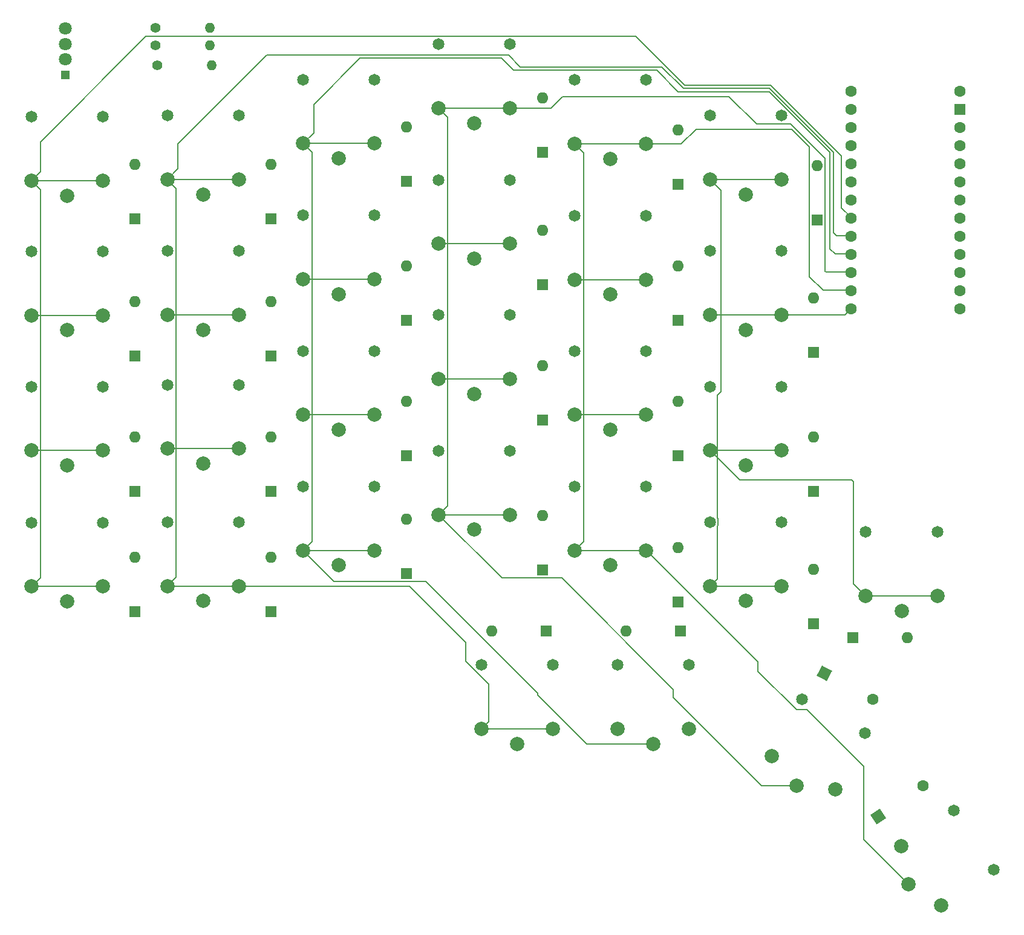
<source format=gbr>
%TF.GenerationSoftware,KiCad,Pcbnew,9.0.1*%
%TF.CreationDate,2025-07-05T21:54:22+02:00*%
%TF.ProjectId,LQS-keyboard,4c51532d-6b65-4796-926f-6172642e6b69,rev?*%
%TF.SameCoordinates,Original*%
%TF.FileFunction,Copper,L2,Bot*%
%TF.FilePolarity,Positive*%
%FSLAX46Y46*%
G04 Gerber Fmt 4.6, Leading zero omitted, Abs format (unit mm)*
G04 Created by KiCad (PCBNEW 9.0.1) date 2025-07-05 21:54:22*
%MOMM*%
%LPD*%
G01*
G04 APERTURE LIST*
G04 Aperture macros list*
%AMHorizOval*
0 Thick line with rounded ends*
0 $1 width*
0 $2 $3 position (X,Y) of the first rounded end (center of the circle)*
0 $4 $5 position (X,Y) of the second rounded end (center of the circle)*
0 Add line between two ends*
20,1,$1,$2,$3,$4,$5,0*
0 Add two circle primitives to create the rounded ends*
1,1,$1,$2,$3*
1,1,$1,$4,$5*%
%AMRotRect*
0 Rectangle, with rotation*
0 The origin of the aperture is its center*
0 $1 length*
0 $2 width*
0 $3 Rotation angle, in degrees counterclockwise*
0 Add horizontal line*
21,1,$1,$2,0,0,$3*%
G04 Aperture macros list end*
%TA.AperFunction,ComponentPad*%
%ADD10R,1.300000X1.300000*%
%TD*%
%TA.AperFunction,ComponentPad*%
%ADD11C,1.800000*%
%TD*%
%TA.AperFunction,ComponentPad*%
%ADD12RotRect,1.600000X1.600000X332.000000*%
%TD*%
%TA.AperFunction,ComponentPad*%
%ADD13HorizOval,1.600000X0.000000X0.000000X0.000000X0.000000X0*%
%TD*%
%TA.AperFunction,ComponentPad*%
%ADD14C,1.650000*%
%TD*%
%TA.AperFunction,ComponentPad*%
%ADD15C,2.000000*%
%TD*%
%TA.AperFunction,ComponentPad*%
%ADD16R,1.600000X1.600000*%
%TD*%
%TA.AperFunction,ComponentPad*%
%ADD17O,1.600000X1.600000*%
%TD*%
%TA.AperFunction,ComponentPad*%
%ADD18C,1.400000*%
%TD*%
%TA.AperFunction,ComponentPad*%
%ADD19O,1.400000X1.400000*%
%TD*%
%TA.AperFunction,ComponentPad*%
%ADD20C,1.600000*%
%TD*%
%TA.AperFunction,ComponentPad*%
%ADD21RotRect,1.600000X1.600000X34.000000*%
%TD*%
%TA.AperFunction,ComponentPad*%
%ADD22HorizOval,1.600000X0.000000X0.000000X0.000000X0.000000X0*%
%TD*%
%TA.AperFunction,Conductor*%
%ADD23C,0.200000*%
%TD*%
G04 APERTURE END LIST*
D10*
%TO.P,D30,1,RK*%
%TO.N,Net-(D30-RK)*%
X62750000Y-33613000D03*
D11*
%TO.P,D30,2,GK*%
%TO.N,Net-(D30-GK)*%
X62750000Y-31454000D03*
%TO.P,D30,3,BK*%
%TO.N,Net-(D30-BK)*%
X62750000Y-29295000D03*
%TO.P,D30,4,A*%
%TO.N,3v3*%
X62750000Y-27136000D03*
%TD*%
D12*
%TO.P,D28,1,K*%
%TO.N,ROWT*%
X169000000Y-117500000D03*
D13*
%TO.P,D28,2,A*%
%TO.N,Net-(D28-A)*%
X175728061Y-121077373D03*
%TD*%
D14*
%TO.P,SW19,*%
%TO.N,*%
X58000000Y-96350000D03*
X68000000Y-96350000D03*
D15*
%TO.P,SW19,1,1*%
%TO.N,Net-(D19-A)*%
X63000000Y-107400000D03*
%TO.P,SW19,2,2*%
%TO.N,COL1*%
X58000000Y-105300000D03*
X68000000Y-105300000D03*
%TD*%
D16*
%TO.P,D18,1,K*%
%TO.N,ROW3*%
X167500000Y-92000000D03*
D17*
%TO.P,D18,2,A*%
%TO.N,Net-(D18-A)*%
X167500000Y-84380000D03*
%TD*%
D14*
%TO.P,SW22,*%
%TO.N,*%
X115000001Y-86292194D03*
X125000001Y-86292194D03*
D15*
%TO.P,SW22,1,1*%
%TO.N,Net-(D22-A)*%
X120000001Y-97342194D03*
%TO.P,SW22,2,2*%
%TO.N,COL4*%
X115000001Y-95242194D03*
X125000001Y-95242194D03*
%TD*%
D16*
%TO.P,D8,1,K*%
%TO.N,ROW2*%
X91500000Y-73000000D03*
D17*
%TO.P,D8,2,A*%
%TO.N,Net-(D8-A)*%
X91500000Y-65380000D03*
%TD*%
D16*
%TO.P,D23,1,K*%
%TO.N,ROW4*%
X148500000Y-107500000D03*
D17*
%TO.P,D23,2,A*%
%TO.N,Net-(D23-A)*%
X148500000Y-99880000D03*
%TD*%
D14*
%TO.P,SW6,*%
%TO.N,*%
X153000000Y-39350000D03*
X163000000Y-39350000D03*
D15*
%TO.P,SW6,1,1*%
%TO.N,Net-(D6-A)*%
X158000000Y-50400000D03*
%TO.P,SW6,2,2*%
%TO.N,COL6*%
X153000000Y-48300000D03*
X163000000Y-48300000D03*
%TD*%
D16*
%TO.P,D1,1,K*%
%TO.N,ROW1*%
X72500000Y-53809999D03*
D17*
%TO.P,D1,2,A*%
%TO.N,Net-(D1-A)*%
X72500000Y-46189999D03*
%TD*%
D18*
%TO.P,R1,1*%
%TO.N,Net-(D30-RK)*%
X75630000Y-32250000D03*
D19*
%TO.P,R1,2*%
%TO.N,LEDR*%
X83250000Y-32250000D03*
%TD*%
D14*
%TO.P,SW9,*%
%TO.N,*%
X96000001Y-53292194D03*
X106000001Y-53292194D03*
D15*
%TO.P,SW9,1,1*%
%TO.N,Net-(D9-A)*%
X101000001Y-64342194D03*
%TO.P,SW9,2,2*%
%TO.N,COL3*%
X96000001Y-62242194D03*
X106000001Y-62242194D03*
%TD*%
D14*
%TO.P,SW16,*%
%TO.N,*%
X115000001Y-67292194D03*
X125000001Y-67292194D03*
D15*
%TO.P,SW16,1,1*%
%TO.N,Net-(D16-A)*%
X120000001Y-78342194D03*
%TO.P,SW16,2,2*%
%TO.N,COL4*%
X115000001Y-76242194D03*
X125000001Y-76242194D03*
%TD*%
D14*
%TO.P,SW14,*%
%TO.N,*%
X77000000Y-77050000D03*
X87000000Y-77050000D03*
D15*
%TO.P,SW14,1,1*%
%TO.N,Net-(D14-A)*%
X82000000Y-88100000D03*
%TO.P,SW14,2,2*%
%TO.N,COL2*%
X77000000Y-86000000D03*
X87000000Y-86000000D03*
%TD*%
D14*
%TO.P,SW25,*%
%TO.N,*%
X174781626Y-97667528D03*
X184781626Y-97667528D03*
D15*
%TO.P,SW25,1,1*%
%TO.N,Net-(D25-A)*%
X179781626Y-108717528D03*
%TO.P,SW25,2,2*%
%TO.N,COL6*%
X174781626Y-106617528D03*
X184781626Y-106617528D03*
%TD*%
D16*
%TO.P,D3,1,K*%
%TO.N,ROW1*%
X110500000Y-48500000D03*
D17*
%TO.P,D3,2,A*%
%TO.N,Net-(D3-A)*%
X110500000Y-40880000D03*
%TD*%
D16*
%TO.P,D2,1,K*%
%TO.N,ROW1*%
X91500000Y-53810000D03*
D17*
%TO.P,D2,2,A*%
%TO.N,Net-(D2-A)*%
X91500000Y-46190000D03*
%TD*%
D14*
%TO.P,SW26,*%
%TO.N,*%
X121000001Y-116292194D03*
X131000001Y-116292194D03*
D15*
%TO.P,SW26,1,1*%
%TO.N,Net-(D26-A)*%
X126000001Y-127342194D03*
%TO.P,SW26,2,2*%
%TO.N,COL2*%
X121000001Y-125242194D03*
X131000001Y-125242194D03*
%TD*%
D16*
%TO.P,D10,1,K*%
%TO.N,ROW2*%
X129500000Y-63000000D03*
D17*
%TO.P,D10,2,A*%
%TO.N,Net-(D10-A)*%
X129500000Y-55380000D03*
%TD*%
D14*
%TO.P,SW8,*%
%TO.N,*%
X77000001Y-58292194D03*
X87000001Y-58292194D03*
D15*
%TO.P,SW8,1,1*%
%TO.N,Net-(D8-A)*%
X82000001Y-69342194D03*
%TO.P,SW8,2,2*%
%TO.N,COL2*%
X77000001Y-67242194D03*
X87000001Y-67242194D03*
%TD*%
D18*
%TO.P,R2,1*%
%TO.N,Net-(D30-GK)*%
X75380000Y-29500000D03*
D19*
%TO.P,R2,2*%
%TO.N,LEDG*%
X83000000Y-29500000D03*
%TD*%
D14*
%TO.P,SW20,*%
%TO.N,*%
X77000001Y-96292194D03*
X87000001Y-96292194D03*
D15*
%TO.P,SW20,1,1*%
%TO.N,Net-(D20-A)*%
X82000001Y-107342194D03*
%TO.P,SW20,2,2*%
%TO.N,COL2*%
X77000001Y-105242194D03*
X87000001Y-105242194D03*
%TD*%
D16*
%TO.P,D13,1,K*%
%TO.N,ROW3*%
X72500000Y-92000000D03*
D17*
%TO.P,D13,2,A*%
%TO.N,Net-(D13-A)*%
X72500000Y-84380000D03*
%TD*%
D14*
%TO.P,SW13,*%
%TO.N,*%
X58000001Y-77292194D03*
X68000001Y-77292194D03*
D15*
%TO.P,SW13,1,1*%
%TO.N,Net-(D13-A)*%
X63000001Y-88342194D03*
%TO.P,SW13,2,2*%
%TO.N,COL1*%
X58000001Y-86242194D03*
X68000001Y-86242194D03*
%TD*%
D16*
%TO.P,D11,1,K*%
%TO.N,ROW2*%
X148500000Y-68000000D03*
D17*
%TO.P,D11,2,A*%
%TO.N,Net-(D11-A)*%
X148500000Y-60380000D03*
%TD*%
D16*
%TO.P,D5,1,K*%
%TO.N,ROW1*%
X148500000Y-49000000D03*
D17*
%TO.P,D5,2,A*%
%TO.N,Net-(D5-A)*%
X148500000Y-41380000D03*
%TD*%
D20*
%TO.P,U2,1,GP0(TX)*%
%TO.N,unconnected-(U2-GP0(TX)-Pad1)*%
X172750000Y-38460000D03*
%TO.P,U2,2,GP1(RX)*%
%TO.N,unconnected-(U2-GP1(RX)-Pad2)*%
X172750000Y-41000000D03*
%TO.P,U2,3,GND*%
%TO.N,unconnected-(U2-GND-Pad3)*%
X172750000Y-43540000D03*
%TO.P,U2,4,GND*%
%TO.N,Net-(JP1-A)*%
X172750000Y-46080000D03*
%TO.P,U2,5,SDA(GP2)*%
%TO.N,unconnected-(U2-SDA(GP2)-Pad5)*%
X172750000Y-48620000D03*
%TO.P,U2,6,SCL(GP3)*%
%TO.N,unconnected-(U2-SCL(GP3)-Pad6)*%
X172750000Y-51160000D03*
%TO.P,U2,7,GP4*%
%TO.N,COL1*%
X172750000Y-53700000D03*
%TO.P,U2,8,GP5*%
%TO.N,COL2*%
X172750000Y-56240000D03*
%TO.P,U2,9,GP6*%
%TO.N,COL3*%
X172750000Y-58780000D03*
%TO.P,U2,10,GP7*%
%TO.N,COL4*%
X172750000Y-61320000D03*
%TO.P,U2,11,GP8*%
%TO.N,COL5*%
X172750000Y-63860000D03*
%TO.P,U2,12,GP9*%
%TO.N,COL6*%
X172750000Y-66400000D03*
%TO.P,U2,13,GP21*%
%TO.N,ROW1*%
X187990000Y-66400000D03*
%TO.P,U2,14,GP23*%
%TO.N,ROW2*%
X187990000Y-63860000D03*
%TO.P,U2,15,GP20*%
%TO.N,ROW3*%
X187990000Y-61320000D03*
%TO.P,U2,16,GP22*%
%TO.N,ROW4*%
X187990000Y-58780000D03*
%TO.P,U2,17,GP26(A0)*%
%TO.N,ROWT*%
X187990000Y-56240000D03*
%TO.P,U2,18,GP27(A1)*%
%TO.N,LEDR*%
X187990000Y-53700000D03*
%TO.P,U2,19,GP28(A2)*%
%TO.N,LEDG*%
X187990000Y-51160000D03*
%TO.P,U2,20,GP29(A3)*%
%TO.N,LEDB*%
X187990000Y-48620000D03*
%TO.P,U2,21,3v3*%
%TO.N,Net-(JP2-A)*%
X187990000Y-46080000D03*
%TO.P,U2,22,RST*%
%TO.N,unconnected-(U2-RST-Pad22)*%
X187990000Y-43540000D03*
%TO.P,U2,23,GND*%
%TO.N,unconnected-(U2-GND-Pad23)*%
X187990000Y-41000000D03*
D16*
%TO.P,U2,24,5V*%
%TO.N,unconnected-(U2-5V-Pad24)*%
X187990000Y-38460000D03*
D20*
%TO.P,U2,33,GP10(B-)*%
%TO.N,unconnected-(U2-GP10(B-)-Pad33)*%
X172750000Y-35920000D03*
%TO.P,U2,34,GP11(B+)*%
%TO.N,unconnected-(U2-GP11(B+)-Pad34)*%
X187990000Y-35920000D03*
%TD*%
D16*
%TO.P,D25,1,K*%
%TO.N,ROWT*%
X172940000Y-112500000D03*
D17*
%TO.P,D25,2,A*%
%TO.N,Net-(D25-A)*%
X180560000Y-112500000D03*
%TD*%
D14*
%TO.P,SW28,*%
%TO.N,*%
X165852920Y-121117419D03*
X174682396Y-125812135D03*
D15*
%TO.P,SW28,1,1*%
%TO.N,COL4*%
X165079997Y-133221348D03*
%TO.P,SW28,2,2*%
%TO.N,Net-(D28-A)*%
X161651149Y-129019800D03*
X170480625Y-133714516D03*
%TD*%
D14*
%TO.P,SW4,*%
%TO.N,*%
X115000000Y-29350000D03*
X125000000Y-29350000D03*
D15*
%TO.P,SW4,1,1*%
%TO.N,Net-(D4-A)*%
X120000000Y-40400000D03*
%TO.P,SW4,2,2*%
%TO.N,COL4*%
X115000000Y-38300000D03*
X125000000Y-38300000D03*
%TD*%
D14*
%TO.P,SW1,*%
%TO.N,*%
X58000000Y-39500000D03*
X68000000Y-39500000D03*
D15*
%TO.P,SW1,1,1*%
%TO.N,Net-(D1-A)*%
X63000000Y-50550000D03*
%TO.P,SW1,2,2*%
%TO.N,COL1*%
X58000000Y-48450000D03*
X68000000Y-48450000D03*
%TD*%
D14*
%TO.P,SW17,*%
%TO.N,*%
X134000001Y-72292194D03*
X144000001Y-72292194D03*
D15*
%TO.P,SW17,1,1*%
%TO.N,Net-(D17-A)*%
X139000001Y-83342194D03*
%TO.P,SW17,2,2*%
%TO.N,COL5*%
X134000001Y-81242194D03*
X144000001Y-81242194D03*
%TD*%
D16*
%TO.P,D22,1,K*%
%TO.N,ROW4*%
X129500000Y-103000000D03*
D17*
%TO.P,D22,2,A*%
%TO.N,Net-(D22-A)*%
X129500000Y-95380000D03*
%TD*%
D14*
%TO.P,SW3,*%
%TO.N,*%
X96000001Y-34292194D03*
X106000001Y-34292194D03*
D15*
%TO.P,SW3,1,1*%
%TO.N,Net-(D3-A)*%
X101000001Y-45342194D03*
%TO.P,SW3,2,2*%
%TO.N,COL3*%
X96000001Y-43242194D03*
X106000001Y-43242194D03*
%TD*%
D14*
%TO.P,SW27,*%
%TO.N,*%
X140000001Y-116292194D03*
X150000001Y-116292194D03*
D15*
%TO.P,SW27,1,1*%
%TO.N,COL3*%
X145000001Y-127342194D03*
%TO.P,SW27,2,2*%
%TO.N,Net-(D27-A)*%
X140000001Y-125242194D03*
X150000001Y-125242194D03*
%TD*%
D16*
%TO.P,D17,1,K*%
%TO.N,ROW3*%
X148500000Y-87000000D03*
D17*
%TO.P,D17,2,A*%
%TO.N,Net-(D17-A)*%
X148500000Y-79380000D03*
%TD*%
D16*
%TO.P,D6,1,K*%
%TO.N,ROW1*%
X168000000Y-54000000D03*
D17*
%TO.P,D6,2,A*%
%TO.N,Net-(D6-A)*%
X168000000Y-46380000D03*
%TD*%
D16*
%TO.P,D19,1,K*%
%TO.N,ROW4*%
X72500000Y-108810000D03*
D17*
%TO.P,D19,2,A*%
%TO.N,Net-(D19-A)*%
X72500000Y-101190000D03*
%TD*%
D16*
%TO.P,D16,1,K*%
%TO.N,ROW3*%
X129500000Y-82000000D03*
D17*
%TO.P,D16,2,A*%
%TO.N,Net-(D16-A)*%
X129500000Y-74380000D03*
%TD*%
D16*
%TO.P,D27,1,K*%
%TO.N,ROWT*%
X148810000Y-111500000D03*
D17*
%TO.P,D27,2,A*%
%TO.N,Net-(D27-A)*%
X141190000Y-111500000D03*
%TD*%
D16*
%TO.P,D4,1,K*%
%TO.N,ROW1*%
X129500000Y-44500000D03*
D17*
%TO.P,D4,2,A*%
%TO.N,Net-(D4-A)*%
X129500000Y-36880000D03*
%TD*%
D14*
%TO.P,SW2,*%
%TO.N,*%
X77000000Y-39350000D03*
X87000000Y-39350000D03*
D15*
%TO.P,SW2,1,1*%
%TO.N,Net-(D2-A)*%
X82000000Y-50400000D03*
%TO.P,SW2,2,2*%
%TO.N,COL2*%
X77000000Y-48300000D03*
X87000000Y-48300000D03*
%TD*%
D21*
%TO.P,D29,1,K*%
%TO.N,ROWT*%
X176500000Y-137500000D03*
D22*
%TO.P,D29,2,A*%
%TO.N,Net-(D29-A)*%
X182817266Y-133238950D03*
%TD*%
D14*
%TO.P,SW12,*%
%TO.N,*%
X153000001Y-58292194D03*
X163000001Y-58292194D03*
D15*
%TO.P,SW12,1,1*%
%TO.N,Net-(D12-A)*%
X158000001Y-69342194D03*
%TO.P,SW12,2,2*%
%TO.N,COL6*%
X153000001Y-67242194D03*
X163000001Y-67242194D03*
%TD*%
D16*
%TO.P,D9,1,K*%
%TO.N,ROW2*%
X110500000Y-68000000D03*
D17*
%TO.P,D9,2,A*%
%TO.N,Net-(D9-A)*%
X110500000Y-60380000D03*
%TD*%
D14*
%TO.P,SW5,*%
%TO.N,*%
X134000000Y-34350000D03*
X144000000Y-34350000D03*
D15*
%TO.P,SW5,1,1*%
%TO.N,Net-(D5-A)*%
X139000000Y-45400000D03*
%TO.P,SW5,2,2*%
%TO.N,COL5*%
X134000000Y-43300000D03*
X144000000Y-43300000D03*
%TD*%
D16*
%TO.P,D12,1,K*%
%TO.N,ROW2*%
X167500000Y-72500000D03*
D17*
%TO.P,D12,2,A*%
%TO.N,Net-(D12-A)*%
X167500000Y-64880000D03*
%TD*%
D16*
%TO.P,D14,1,K*%
%TO.N,ROW3*%
X91500000Y-92000000D03*
D17*
%TO.P,D14,2,A*%
%TO.N,Net-(D14-A)*%
X91500000Y-84380000D03*
%TD*%
D16*
%TO.P,D7,1,K*%
%TO.N,ROW2*%
X72500000Y-73000000D03*
D17*
%TO.P,D7,2,A*%
%TO.N,Net-(D7-A)*%
X72500000Y-65380000D03*
%TD*%
D14*
%TO.P,SW18,*%
%TO.N,*%
X153000001Y-77292194D03*
X163000001Y-77292194D03*
D15*
%TO.P,SW18,1,1*%
%TO.N,Net-(D18-A)*%
X158000001Y-88342194D03*
%TO.P,SW18,2,2*%
%TO.N,COL6*%
X153000001Y-86242194D03*
X163000001Y-86242194D03*
%TD*%
D14*
%TO.P,SW11,*%
%TO.N,*%
X134000000Y-53350000D03*
X144000000Y-53350000D03*
D15*
%TO.P,SW11,1,1*%
%TO.N,Net-(D11-A)*%
X139000000Y-64400000D03*
%TO.P,SW11,2,2*%
%TO.N,COL5*%
X134000000Y-62300000D03*
X144000000Y-62300000D03*
%TD*%
D14*
%TO.P,SW10,*%
%TO.N,*%
X115000000Y-48350000D03*
X125000000Y-48350000D03*
D15*
%TO.P,SW10,1,1*%
%TO.N,Net-(D10-A)*%
X120000000Y-59400000D03*
%TO.P,SW10,2,2*%
%TO.N,COL4*%
X115000000Y-57300000D03*
X125000000Y-57300000D03*
%TD*%
D14*
%TO.P,SW23,*%
%TO.N,*%
X134000001Y-91292194D03*
X144000001Y-91292194D03*
D15*
%TO.P,SW23,1,1*%
%TO.N,Net-(D23-A)*%
X139000001Y-102342194D03*
%TO.P,SW23,2,2*%
%TO.N,COL5*%
X134000001Y-100242194D03*
X144000001Y-100242194D03*
%TD*%
D16*
%TO.P,D21,1,K*%
%TO.N,ROW4*%
X110500000Y-103500000D03*
D17*
%TO.P,D21,2,A*%
%TO.N,Net-(D21-A)*%
X110500000Y-95880000D03*
%TD*%
D14*
%TO.P,SW15,*%
%TO.N,*%
X96000001Y-72292194D03*
X106000001Y-72292194D03*
D15*
%TO.P,SW15,1,1*%
%TO.N,Net-(D15-A)*%
X101000001Y-83342194D03*
%TO.P,SW15,2,2*%
%TO.N,COL3*%
X96000001Y-81242194D03*
X106000001Y-81242194D03*
%TD*%
D14*
%TO.P,SW21,*%
%TO.N,*%
X96000001Y-91292194D03*
X106000001Y-91292194D03*
D15*
%TO.P,SW21,1,1*%
%TO.N,Net-(D21-A)*%
X101000001Y-102342194D03*
%TO.P,SW21,2,2*%
%TO.N,COL3*%
X96000001Y-100242194D03*
X106000001Y-100242194D03*
%TD*%
D14*
%TO.P,SW29,*%
%TO.N,*%
X187142835Y-136706026D03*
X192734764Y-144996401D03*
D15*
%TO.P,SW29,1,1*%
%TO.N,COL5*%
X180777934Y-147030295D03*
%TO.P,SW29,2,2*%
%TO.N,Net-(D29-A)*%
X179722949Y-141710802D03*
X185314878Y-150001178D03*
%TD*%
D14*
%TO.P,SW7,*%
%TO.N,*%
X58000000Y-58350000D03*
X68000000Y-58350000D03*
D15*
%TO.P,SW7,1,1*%
%TO.N,Net-(D7-A)*%
X63000000Y-69400000D03*
%TO.P,SW7,2,2*%
%TO.N,COL1*%
X58000000Y-67300000D03*
X68000000Y-67300000D03*
%TD*%
D16*
%TO.P,D26,1,K*%
%TO.N,ROWT*%
X130000000Y-111500000D03*
D17*
%TO.P,D26,2,A*%
%TO.N,Net-(D26-A)*%
X122380000Y-111500000D03*
%TD*%
D16*
%TO.P,D24,1,K*%
%TO.N,ROW4*%
X167500000Y-110500000D03*
D17*
%TO.P,D24,2,A*%
%TO.N,Net-(D24-A)*%
X167500000Y-102880000D03*
%TD*%
D18*
%TO.P,R3,1*%
%TO.N,Net-(D30-BK)*%
X75380000Y-27000000D03*
D19*
%TO.P,R3,2*%
%TO.N,LEDB*%
X83000000Y-27000000D03*
%TD*%
D16*
%TO.P,D20,1,K*%
%TO.N,ROW4*%
X91500000Y-108810000D03*
D17*
%TO.P,D20,2,A*%
%TO.N,Net-(D20-A)*%
X91500000Y-101190000D03*
%TD*%
D14*
%TO.P,SW24,*%
%TO.N,*%
X153000001Y-96292194D03*
X163000001Y-96292194D03*
D15*
%TO.P,SW24,1,1*%
%TO.N,Net-(D24-A)*%
X158000001Y-107342194D03*
%TO.P,SW24,2,2*%
%TO.N,COL6*%
X153000001Y-105242194D03*
X163000001Y-105242194D03*
%TD*%
D16*
%TO.P,D15,1,K*%
%TO.N,ROW3*%
X110500000Y-87000000D03*
D17*
%TO.P,D15,2,A*%
%TO.N,Net-(D15-A)*%
X110500000Y-79380000D03*
%TD*%
D23*
%TO.N,COL1*%
X58000000Y-48450000D02*
X68000000Y-48450000D01*
X58000000Y-48450000D02*
X59250000Y-49700000D01*
X58000000Y-67300000D02*
X68000000Y-67300000D01*
X171350000Y-44973395D02*
X171350000Y-52250000D01*
X59250000Y-104050000D02*
X58000000Y-105300000D01*
X59250000Y-47200000D02*
X59250000Y-43000000D01*
X161475605Y-35099000D02*
X171350000Y-44973395D01*
X59250000Y-49700000D02*
X59250000Y-104050000D01*
X58000001Y-86242194D02*
X67999999Y-86242194D01*
X59250000Y-43000000D02*
X74026000Y-28224000D01*
X74026000Y-28224000D02*
X142541100Y-28224000D01*
X58000000Y-48450000D02*
X59250000Y-47200000D01*
X149416100Y-35099000D02*
X161475605Y-35099000D01*
X142541100Y-28224000D02*
X149416100Y-35099000D01*
X171350000Y-52250000D02*
X172760000Y-53660000D01*
X58000000Y-105300000D02*
X68000000Y-105300000D01*
%TO.N,COL2*%
X77000000Y-48300000D02*
X87000000Y-48300000D01*
X110876013Y-105242194D02*
X118750000Y-113116181D01*
X77000000Y-48300000D02*
X78500000Y-46800000D01*
X118750000Y-113116181D02*
X118750000Y-115750000D01*
X78500000Y-43250000D02*
X90901000Y-30849000D01*
X77000001Y-67242194D02*
X86999999Y-67242194D01*
X161309505Y-35500000D02*
X170250000Y-44440495D01*
X124750000Y-30849000D02*
X126401000Y-32500000D01*
X170250000Y-55750000D02*
X170700000Y-56200000D01*
X149250000Y-35500000D02*
X161309505Y-35500000D01*
X77000000Y-86000000D02*
X87000000Y-86000000D01*
X90901000Y-30849000D02*
X124750000Y-30849000D01*
X126401000Y-32500000D02*
X146250000Y-32500000D01*
X170700000Y-56200000D02*
X172760000Y-56200000D01*
X78500000Y-46800000D02*
X78500000Y-43250000D01*
X121000001Y-125242194D02*
X131000000Y-125242194D01*
X146250000Y-32500000D02*
X149250000Y-35500000D01*
X118750000Y-115750000D02*
X122000001Y-119000001D01*
X77000001Y-105242194D02*
X110876013Y-105242194D01*
X122000001Y-124242194D02*
X121000001Y-125242194D01*
X170250000Y-44440495D02*
X170250000Y-55750000D01*
X78250000Y-49550000D02*
X78250000Y-103992195D01*
X78250000Y-103992195D02*
X77000001Y-105242194D01*
X122000001Y-119000001D02*
X122000001Y-124242194D01*
X77000000Y-48300000D02*
X78250000Y-49550000D01*
%TO.N,COL3*%
X96000001Y-43242194D02*
X106000001Y-43242194D01*
X128851001Y-120261271D02*
X113190730Y-104601000D01*
X170490000Y-58740000D02*
X172760000Y-58740000D01*
X145500000Y-33000000D02*
X148500000Y-36000000D01*
X96000001Y-62242194D02*
X106000001Y-62242194D01*
X135700258Y-127342194D02*
X128851001Y-120492937D01*
X169750000Y-58000000D02*
X170490000Y-58740000D01*
X97250000Y-44492193D02*
X97250000Y-98992195D01*
X96000001Y-43242194D02*
X97250000Y-44492193D01*
X97500000Y-41742195D02*
X97500000Y-37750000D01*
X128851001Y-120492937D02*
X128851001Y-120261271D01*
X97250000Y-98992195D02*
X96000001Y-100242194D01*
X123750000Y-31250000D02*
X125500000Y-33000000D01*
X97500000Y-37750000D02*
X104000000Y-31250000D01*
X125500000Y-33000000D02*
X145500000Y-33000000D01*
X145000001Y-127342194D02*
X135700258Y-127342194D01*
X96000001Y-100242194D02*
X106000001Y-100242194D01*
X113190730Y-104601000D02*
X100358807Y-104601000D01*
X96000001Y-81242194D02*
X106000001Y-81242194D01*
X104000000Y-31250000D02*
X123750000Y-31250000D01*
X169750000Y-44507595D02*
X169750000Y-58000000D01*
X148500000Y-36000000D02*
X161242405Y-36000000D01*
X96000001Y-43242194D02*
X97500000Y-41742195D01*
X161242405Y-36000000D02*
X169750000Y-44507595D01*
X100358807Y-104601000D02*
X96000001Y-100242194D01*
%TO.N,COL4*%
X116250000Y-93992195D02*
X115000001Y-95242194D01*
X159476000Y-40476000D02*
X155649000Y-36649000D01*
X132233950Y-104101000D02*
X123858807Y-104101000D01*
X147851001Y-120851001D02*
X147851001Y-119718051D01*
X115000000Y-57300000D02*
X125000000Y-57300000D01*
X116250000Y-39550000D02*
X116250000Y-93992195D01*
X123858807Y-104101000D02*
X115000001Y-95242194D01*
X165079997Y-133221348D02*
X160221348Y-133221348D01*
X172760000Y-61280000D02*
X169250000Y-61280000D01*
X115000000Y-38300000D02*
X116250000Y-39550000D01*
X169101000Y-61131000D02*
X169101000Y-45356850D01*
X160221348Y-133221348D02*
X147851001Y-120851001D01*
X115000000Y-38300000D02*
X125000000Y-38300000D01*
X164220150Y-40476000D02*
X159476000Y-40476000D01*
X169101000Y-45356850D02*
X164220150Y-40476000D01*
X169250000Y-61280000D02*
X169101000Y-61131000D01*
X115000001Y-76242194D02*
X124999999Y-76242194D01*
X130709595Y-38300000D02*
X115000000Y-38300000D01*
X115000001Y-95242194D02*
X124999999Y-95242194D01*
X132360595Y-36649000D02*
X130709595Y-38300000D01*
X147851001Y-119718051D02*
X132233950Y-104101000D01*
X155649000Y-36649000D02*
X132360595Y-36649000D01*
%TO.N,COL5*%
X180777934Y-147030295D02*
X174500000Y-140752361D01*
X134000000Y-62300000D02*
X144000000Y-62300000D01*
X174500000Y-130500000D02*
X166565077Y-122565077D01*
X166899000Y-43721950D02*
X166899000Y-61899000D01*
X148952000Y-43300000D02*
X151002000Y-41250000D01*
X135250000Y-44550000D02*
X135250000Y-98992195D01*
X165065077Y-122565077D02*
X159684923Y-117184923D01*
X164427050Y-41250000D02*
X166899000Y-43721950D01*
X159684923Y-117184923D02*
X159684923Y-115815077D01*
X134000001Y-81242194D02*
X143999999Y-81242194D01*
X151002000Y-41250000D02*
X164427050Y-41250000D01*
X174500000Y-140752361D02*
X174500000Y-130500000D01*
X159684923Y-115815077D02*
X144112039Y-100242194D01*
X135250000Y-98992195D02*
X134000001Y-100242194D01*
X168820000Y-63820000D02*
X172760000Y-63820000D01*
X144112039Y-100242194D02*
X134000001Y-100242194D01*
X166899000Y-61899000D02*
X168820000Y-63820000D01*
X144000000Y-43300000D02*
X148952000Y-43300000D01*
X134000000Y-43300000D02*
X144000000Y-43300000D01*
X134000000Y-43300000D02*
X135250000Y-44550000D01*
X166565077Y-122565077D02*
X165065077Y-122565077D01*
%TO.N,COL6*%
X154000000Y-78500000D02*
X154000000Y-95699790D01*
X171877806Y-67242194D02*
X172760000Y-66360000D01*
X174781626Y-106617528D02*
X184781626Y-106617528D01*
X154000000Y-95699790D02*
X154125999Y-95825789D01*
X154500000Y-78000000D02*
X154000000Y-78500000D01*
X162999999Y-67242194D02*
X171877806Y-67242194D01*
X153000000Y-48300000D02*
X163000000Y-48300000D01*
X153000000Y-48300000D02*
X154500000Y-49800000D01*
X173079726Y-104915628D02*
X173079726Y-90662224D01*
X154500000Y-49800000D02*
X154500000Y-78000000D01*
X153000001Y-105242194D02*
X162999999Y-105242194D01*
X153000001Y-67242194D02*
X162999999Y-67242194D01*
X153000001Y-86242194D02*
X162999999Y-86242194D01*
X173079726Y-90662224D02*
X172799501Y-90381999D01*
X154125999Y-95825789D02*
X154125999Y-96758599D01*
X172799501Y-90381999D02*
X157139806Y-90381999D01*
X154000000Y-104242195D02*
X153000001Y-105242194D01*
X154000000Y-96884598D02*
X154000000Y-104242195D01*
X174781626Y-106617528D02*
X173079726Y-104915628D01*
X154125999Y-96758599D02*
X154000000Y-96884598D01*
X157139806Y-90381999D02*
X153000001Y-86242194D01*
%TD*%
M02*

</source>
